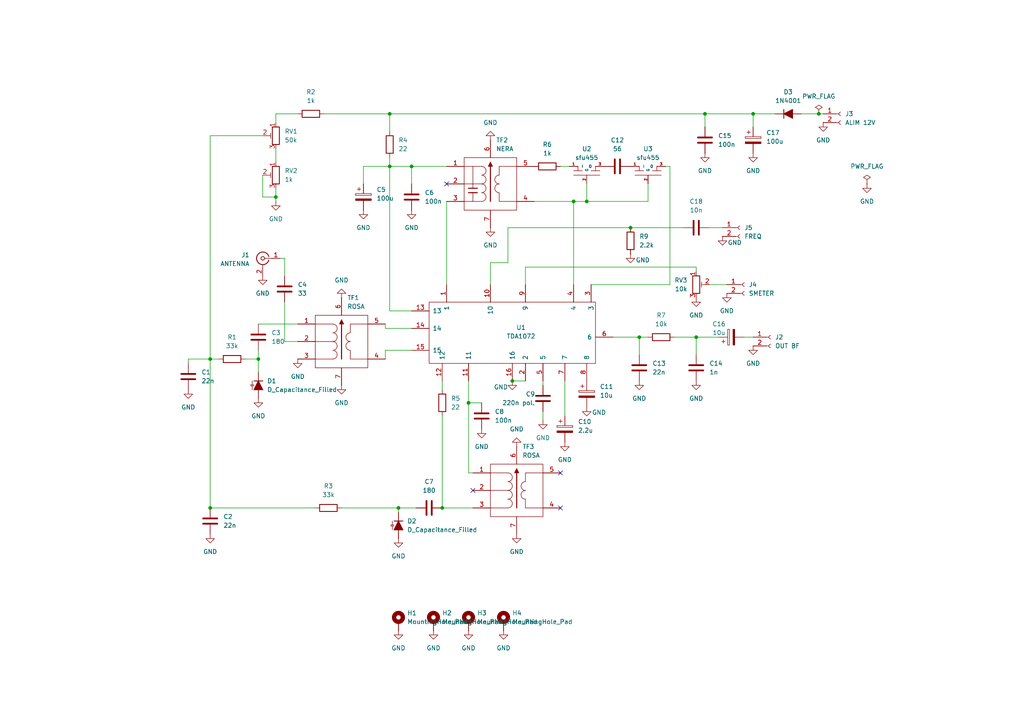
<source format=kicad_sch>
(kicad_sch (version 20250114) (generator "eeschema") (generator_version "9.0")
  (paper "A4")
  (lib_symbols
    (symbol "Connector:Conn_01x02_Socket" (pin_names (offset 1.016) (hide yes))
      (property "Reference" "J" (at 0 2.54 0))
      (property "Value" "Conn_01x02_Socket" (at 0 -5.08 0))
      (symbol "Conn_01x02_Socket_1_1"
        (polyline (pts (xy -1.27 0) (xy -0.508 0)) (stroke (width 0.1524)))
        (polyline (pts (xy -1.27 -2.54) (xy -0.508 -2.54)) (stroke (width 0.1524)))
        (arc (start 0 -0.508) (mid -0.5058 0) (end 0 0.508) (stroke (width 0.1524)))
        (arc (start 0 -3.048) (mid -0.5058 -2.54) (end 0 -2.032) (stroke (width 0.1524)))
        (pin passive line (at -5.08 0 0) (length 3.81) (name "Pin_1") (number "1"))
        (pin passive line (at -5.08 -2.54 0) (length 3.81) (name "Pin_2") (number "2"))
      )
    )
    (symbol "Connector:Conn_Coaxial" (pin_names (offset 1.016) (hide yes))
      (property "Reference" "J" (at 0.254 3.048 0))
      (property "Value" "Conn_Coaxial" (at 2.921 0 90))
      (symbol "Conn_Coaxial_0_1"
        (polyline (pts (xy -2.54 0) (xy -0.508 0)))
        (arc (start 1.778 0) (mid 0.222 -1.8079) (end -1.778 -0.508) (stroke (width 0.254)))
        (arc (start -1.778 0.508) (mid 0.2221 1.8084) (end 1.778 0) (stroke (width 0.254)))
        (circle (center 0 0) (radius 0.508) (stroke (width 0.2032)))
        (polyline (pts (xy 0 -2.54) (xy 0 -1.778)))
      )
      (symbol "Conn_Coaxial_1_1"
        (pin passive line (at -5.08 0 0) (length 2.54) (name "In") (number "1"))
        (pin passive line (at 0 -5.08 90) (length 2.54) (name "Ext") (number "2"))
      )
    )
    (symbol "Device:C" (pin_numbers (hide yes)) (pin_names (offset 0.254))
      (property "Reference" "C" (at 0.635 2.54 0))
      (property "Value" "C" (at 0.635 -2.54 0))
      (symbol "C_0_1"
        (polyline (pts (xy -2.032 0.762) (xy 2.032 0.762)) (stroke (width 0.508)))
        (polyline (pts (xy -2.032 -0.762) (xy 2.032 -0.762)) (stroke (width 0.508)))
      )
      (symbol "C_1_1"
        (pin passive line (at 0 3.81 270) (length 2.794) (name "~") (number "1"))
        (pin passive line (at 0 -3.81 90) (length 2.794) (name "~") (number "2"))
      )
    )
    (symbol "Device:C_Polarized" (pin_numbers (hide yes)) (pin_names (offset 0.254))
      (property "Reference" "C" (at 0.635 2.54 0))
      (property "Value" "C_Polarized" (at 0.635 -2.54 0))
      (symbol "C_Polarized_0_1"
        (rectangle (start -2.286 0.508) (end 2.286 1.016))
        (polyline (pts (xy -1.778 2.286) (xy -0.762 2.286)))
        (polyline (pts (xy -1.27 2.794) (xy -1.27 1.778)))
        (rectangle (start 2.286 -0.508) (end -2.286 -1.016) (fill (type outline)))
      )
      (symbol "C_Polarized_1_1"
        (pin passive line (at 0 3.81 270) (length 2.794) (name "~") (number "1"))
        (pin passive line (at 0 -3.81 90) (length 2.794) (name "~") (number "2"))
      )
    )
    (symbol "Device:D_Capacitance_Filled" (pin_numbers (hide yes)) (pin_names (offset 1.016) (hide yes))
      (property "Reference" "D" (at 0 2.54 0))
      (property "Value" "D_Capacitance_Filled" (at 0 -3.302 0))
      (symbol "D_Capacitance_Filled_0_1"
        (polyline (pts (xy -1.27 1.27) (xy -1.27 -1.27)) (stroke (width 0.254)))
        (polyline (pts (xy -1.27 0) (xy 1.27 0)))
        (polyline (pts (xy -1.27 -1.778) (xy -0.1524 -1.778)))
        (polyline (pts (xy -0.1524 -1.27) (xy -0.1524 -2.286)))
        (polyline (pts (xy 0.1524 -1.27) (xy 0.1524 -2.286)))
        (polyline (pts (xy 0.1524 -1.778) (xy 1.27 -1.778)))
        (polyline (pts (xy 1.27 1.27) (xy 1.27 -1.27) (xy -1.27 0) (xy 1.27 1.27)) (stroke (width 0.254)) (fill (type outline)))
      )
      (symbol "D_Capacitance_Filled_1_1"
        (pin passive line (at -3.81 0 0) (length 2.54) (name "K") (number "1"))
        (pin passive line (at 3.81 0 180) (length 2.54) (name "A") (number "2"))
      )
    )
    (symbol "Device:R" (pin_numbers (hide yes)) (pin_names (offset 0))
      (property "Reference" "R" (at 2.032 0 90))
      (property "Value" "R" (at 0 0 90))
      (symbol "R_0_1"
        (rectangle (start -1.016 -2.54) (end 1.016 2.54) (stroke (width 0.254)))
      )
      (symbol "R_1_1"
        (pin passive line (at 0 3.81 270) (length 1.27) (name "~") (number "1"))
        (pin passive line (at 0 -3.81 90) (length 1.27) (name "~") (number "2"))
      )
    )
    (symbol "Device:R_Potentiometer_Trim" (pin_names (offset 1.016) (hide yes))
      (property "Reference" "RV" (at -4.445 0 90))
      (property "Value" "R_Potentiometer_Trim" (at -2.54 0 90))
      (symbol "R_Potentiometer_Trim_0_1"
        (rectangle (start 1.016 2.54) (end -1.016 -2.54) (stroke (width 0.254)))
        (polyline (pts (xy 1.524 0.762) (xy 1.524 -0.762)))
        (polyline (pts (xy 2.54 0) (xy 1.524 0)))
      )
      (symbol "R_Potentiometer_Trim_1_1"
        (pin passive line (at 0 3.81 270) (length 1.27) (name "1") (number "1"))
        (pin passive line (at 0 -3.81 90) (length 1.27) (name "3") (number "3"))
        (pin passive line (at 3.81 0 180) (length 1.27) (name "2") (number "2"))
      )
    )
    (symbol "FILTER_IF:sfu455" (pin_names (offset 1.016))
      (property "Reference" "U" (at 0 4.064 0))
      (property "Value" "sfu455" (at 0 9.144 0))
      (symbol "sfu455_1_1"
        (polyline (pts (xy -2.54 -1.27) (xy -2.54 0)) (stroke (width 0.1524)))
        (polyline (pts (xy -1.27 -1.27) (xy -3.81 -1.27)) (stroke (width 0.1524)))
        (polyline (pts (xy 1.27 -1.27) (xy 3.81 -1.27)) (stroke (width 0.1524)))
        (polyline (pts (xy 2.54 -1.27) (xy 2.54 0)) (stroke (width 0.1524)))
        (polyline (pts (xy 3.81 -2.54) (xy -3.81 -2.54)) (stroke (width 0.1524)))
        (pin input line (at -5.08 0 0) (length 2.54) (name "I") (number "1"))
        (pin input line (at 0 -5.08 90) (length 2.54) (name "G") (number "2"))
        (pin input line (at 5.08 0 180) (length 2.54) (name "O") (number "3"))
      )
    )
    (symbol "MF_TOKO:FI_AMARILLO_10" (pin_names (offset 1.016) (hide yes))
      (property "Reference" "TF" (at 0 10.414 0))
      (property "Value" "FI_AMARILLO_10" (at 0 15.494 0))
      (symbol "FI_AMARILLO_10_1_1"
        (rectangle (start 5.08 2.54) (end 20.32 -12.7) (stroke (width 0.1524)))
        (polyline (pts (xy 6.35 -6.35) (xy 8.89 -6.35)) (stroke (width 0.3048)))
        (polyline (pts (xy 6.35 -7.62) (xy 8.89 -7.62)) (stroke (width 0.3048)))
        (polyline (pts (xy 7.62 0) (xy 7.62 -6.35)) (stroke (width 0.1524)))
        (polyline (pts (xy 7.62 -7.62) (xy 7.62 -10.16)) (stroke (width 0.1524)))
        (polyline (pts (xy 10.16 0) (xy 5.08 0)) (stroke (width 0.1524)))
        (arc (start 10.16 0) (mid 11.43 -1.27) (end 10.16 -2.54) (stroke (width 0.1524)))
        (arc (start 10.16 -2.54) (mid 11.43 -3.81) (end 10.16 -5.08) (stroke (width 0.1524)))
        (polyline (pts (xy 10.16 -5.08) (xy 5.08 -5.08)) (stroke (width 0.1524)))
        (arc (start 10.16 -5.08) (mid 11.43 -6.35) (end 10.16 -7.62) (stroke (width 0.1524)))
        (arc (start 10.16 -7.62) (mid 11.43 -8.89) (end 10.16 -10.16) (stroke (width 0.1524)))
        (polyline (pts (xy 10.16 -10.16) (xy 5.08 -10.16)) (stroke (width 0.1524)))
        (polyline (pts (xy 12.7 1.27) (xy 13.335 0) (xy 12.065 0) (xy 12.7 1.27)) (fill (type outline)))
        (polyline (pts (xy 12.7 0) (xy 12.7 -10.16)) (stroke (width 0.3048)))
        (polyline (pts (xy 15.24 -2.54) (xy 15.24 0) (xy 20.32 0)) (stroke (width 0.1524)))
        (arc (start 15.24 -5.08) (mid 13.97 -3.81) (end 15.24 -2.54) (stroke (width 0.1524)))
        (arc (start 15.24 -7.62) (mid 13.97 -6.35) (end 15.24 -5.08) (stroke (width 0.1524)))
        (polyline (pts (xy 15.24 -7.62) (xy 15.24 -10.16) (xy 20.32 -10.16)) (stroke (width 0.1524)))
        (pin input line (at 0 0 0) (length 5.08) (name "1") (number "1"))
        (pin input line (at 0 -5.08 0) (length 5.08) (name "2") (number "2"))
        (pin input line (at 0 -10.16 0) (length 5.08) (name "3") (number "3"))
        (pin input line (at 12.7 7.62 270) (length 5.08) (name "6") (number "6"))
        (pin input line (at 12.7 -17.78 90) (length 5.08) (name "7") (number "7"))
        (pin input line (at 25.4 0 180) (length 5.08) (name "5") (number "5"))
        (pin input line (at 25.4 -10.16 180) (length 5.08) (name "4") (number "4"))
      )
    )
    (symbol "MF_TOKO:FI_ROJA_10" (pin_names (offset 1.016) (hide yes))
      (property "Reference" "TF" (at 0 10.541 0))
      (property "Value" "FI_ROJA_10" (at 0 15.621 0))
      (symbol "FI_ROJA_10_1_1"
        (rectangle (start 5.08 2.54) (end 20.32 -12.7) (stroke (width 0.1524)))
        (polyline (pts (xy 10.16 0) (xy 5.08 0)) (stroke (width 0.1524)))
        (arc (start 10.16 0) (mid 11.43 -1.27) (end 10.16 -2.54) (stroke (width 0.1524)))
        (arc (start 10.16 -2.54) (mid 11.43 -3.81) (end 10.16 -5.08) (stroke (width 0.1524)))
        (polyline (pts (xy 10.16 -5.08) (xy 5.08 -5.08)) (stroke (width 0.1524)))
        (arc (start 10.16 -5.08) (mid 11.43 -6.35) (end 10.16 -7.62) (stroke (width 0.1524)))
        (arc (start 10.16 -7.62) (mid 11.43 -8.89) (end 10.16 -10.16) (stroke (width 0.1524)))
        (polyline (pts (xy 10.16 -10.16) (xy 5.08 -10.16)) (stroke (width 0.1524)))
        (polyline (pts (xy 12.7 1.27) (xy 13.335 0) (xy 12.065 0) (xy 12.7 1.27)) (fill (type outline)))
        (polyline (pts (xy 12.7 0) (xy 12.7 -10.16)) (stroke (width 0.3048)))
        (polyline (pts (xy 15.24 -2.54) (xy 15.24 0) (xy 20.32 0)) (stroke (width 0.1524)))
        (arc (start 15.24 -5.08) (mid 13.97 -3.81) (end 15.24 -2.54) (stroke (width 0.1524)))
        (arc (start 15.24 -7.62) (mid 13.97 -6.35) (end 15.24 -5.08) (stroke (width 0.1524)))
        (polyline (pts (xy 15.24 -7.62) (xy 15.24 -10.16) (xy 20.32 -10.16)) (stroke (width 0.1524)))
        (pin input line (at 0 0 0) (length 5.08) (name "1") (number "1"))
        (pin input line (at 0 -5.08 0) (length 5.08) (name "2") (number "2"))
        (pin input line (at 0 -10.16 0) (length 5.08) (name "3") (number "3"))
        (pin input line (at 12.7 7.62 270) (length 5.08) (name "6") (number "6"))
        (pin input line (at 12.7 -17.78 90) (length 5.08) (name "7") (number "7"))
        (pin input line (at 25.4 0 180) (length 5.08) (name "5") (number "5"))
        (pin input line (at 25.4 -10.16 180) (length 5.08) (name "4") (number "4"))
      )
    )
    (symbol "Mechanical:MountingHole_Pad" (pin_numbers (hide yes)) (pin_names (offset 1.016) (hide yes)) (in_bom no)
      (property "Reference" "H" (at 0 6.35 0))
      (property "Value" "MountingHole_Pad" (at 0 4.445 0))
      (symbol "MountingHole_Pad_0_1"
        (circle (center 0 1.27) (radius 1.27) (stroke (width 1.27)))
      )
      (symbol "MountingHole_Pad_1_1"
        (pin input line (at 0 -2.54 90) (length 2.54) (name "1") (number "1"))
      )
    )
    (symbol "PCM_Diode_AKL:1N4001" (pin_numbers (hide yes)) (pin_names (offset 1.016) (hide yes))
      (property "Reference" "D" (at 0 5.08 0))
      (property "Value" "1N4001" (at 0 2.54 0))
      (symbol "1N4001_0_1"
        (polyline (pts (xy -1.27 1.27) (xy -1.27 -1.27) (xy 1.27 0) (xy -1.27 1.27)) (stroke (width 0.254)) (fill (type outline)))
        (polyline (pts (xy -1.27 0) (xy 1.27 0)))
        (polyline (pts (xy 1.27 1.27) (xy 1.27 -1.27)) (stroke (width 0.254)))
      )
      (symbol "1N4001_0_2"
        (polyline (pts (xy -2.54 -2.54) (xy 2.54 2.54)))
        (polyline (pts (xy -0.889 -0.889) (xy -1.778 0) (xy 0.889 0.889) (xy 0 -1.778) (xy -0.889 -0.889)) (stroke (width 0.254)) (fill (type outline)))
        (polyline (pts (xy 0 1.778) (xy 1.778 0)) (stroke (width 0.254)))
      )
      (symbol "1N4001_1_1"
        (pin passive line (at -3.81 0 0) (length 2.54) (name "A") (number "2"))
        (pin passive line (at 3.81 0 180) (length 2.54) (name "K") (number "1"))
      )
      (symbol "1N4001_1_2"
        (pin passive line (at -2.54 -2.54 0) (length 0) (name "A") (number "2"))
        (pin passive line (at 2.54 2.54 180) (length 0) (name "K") (number "1"))
      )
    )
    (symbol "kicad_TDA1572:TDA1072" (pin_names (offset 1.016))
      (property "Reference" "U1" (at 35.56 11.5002 0))
      (property "Value" "TDA1072" (at 35.56 8.9602 0))
      (symbol "TDA1072_1_1"
        (rectangle (start -17.78 2.54) (end 30.48 -15.24) (stroke (width 0.1524)))
        (pin input line (at -22.86 0 0) (length 5.08) (name "13") (number "13"))
        (pin input line (at -22.86 -5.08 0) (length 5.08) (name "14") (number "14"))
        (pin input line (at -22.86 -11.43 0) (length 5.08) (name "15") (number "15"))
        (pin input line (at -13.97 -20.32 90) (length 5.08) (name "12") (number "12"))
        (pin input line (at -12.7 7.62 270) (length 5.08) (name "1") (number "1"))
        (pin input line (at -6.35 -20.32 90) (length 5.08) (name "11") (number "11"))
        (pin input line (at 0 7.62 270) (length 5.08) (name "10") (number "10"))
        (pin input line (at 6.35 -20.32 90) (length 5.08) (name "16") (number "16"))
        (pin input line (at 10.16 7.62 270) (length 5.08) (name "9") (number "9"))
        (pin input line (at 10.16 -20.32 90) (length 5.08) (name "2") (number "2"))
        (pin input line (at 15.24 -20.32 90) (length 5.08) (name "5") (number "5"))
        (pin input line (at 21.59 -20.32 90) (length 5.08) (name "7") (number "7"))
        (pin input line (at 24.13 7.62 270) (length 5.08) (name "4") (number "4"))
        (pin input line (at 27.94 -20.32 90) (length 5.08) (name "8") (number "8"))
        (pin input line (at 29.21 7.62 270) (length 5.08) (name "3") (number "3"))
        (pin input line (at 35.56 -7.62 180) (length 5.08) (name "6") (number "6"))
      )
    )
    (symbol "power:GND" (power) (pin_numbers (hide yes)) (pin_names (offset 0) (hide yes))
      (property "Value" "GND" (at 0 -3.81 0))
      (symbol "GND_0_1"
        (polyline (pts (xy 0 0) (xy 0 -1.27) (xy 1.27 -1.27) (xy 0 -2.54) (xy -1.27 -1.27) (xy 0 -1.27)))
      )
      (symbol "GND_1_1"
        (pin power_in line (at 0 0 270) (length 0) (name "~") (number "1"))
      )
    )
    (symbol "power:PWR_FLAG" (power) (pin_numbers (hide yes)) (pin_names (offset 0) (hide yes))
      (property "Value" "PWR_FLAG" (at 0 3.81 0))
      (symbol "PWR_FLAG_0_0"
        (pin power_out line (at 0 0 90) (length 0) (name "~") (number "1"))
      )
      (symbol "PWR_FLAG_0_1"
        (polyline (pts (xy 0 0) (xy 0 1.27) (xy -1.016 1.905) (xy 0 2.54) (xy 1.016 1.905) (xy 0 1.27)))
      )
    )
  )
  (junction (at 128.27 147.32))
  (junction (at 148.59 110.49))
  (junction (at 115.57 147.32))
  (junction (at 113.03 33.02))
  (junction (at 80.01 57.15))
  (junction (at 182.88 66.04))
  (junction (at 60.96 147.32))
  (junction (at 60.96 104.14))
  (junction (at 170.18 58.42))
  (junction (at 204.47 33.02))
  (junction (at 119.38 48.26))
  (junction (at 74.93 104.14))
  (junction (at 201.93 97.79))
  (junction (at 237.49 33.02))
  (junction (at 218.44 33.02))
  (junction (at 166.37 58.42))
  (junction (at 135.89 116.84))
  (junction (at 113.03 48.26))
  (junction (at 185.42 97.79))
  (no_connect (at 162.56 137.16))
  (no_connect (at 137.16 142.24))
  (no_connect (at 129.54 53.34))
  (no_connect (at 162.56 147.32))
  (wire (pts (xy 74.93 93.98) (xy 86.36 93.98)))
  (wire (pts (xy 147.32 76.2) (xy 147.32 66.04)))
  (wire (pts (xy 204.47 36.83) (xy 204.47 33.02)))
  (wire (pts (xy 113.03 45.72) (xy 113.03 48.26)))
  (wire (pts (xy 60.96 39.37) (xy 60.96 104.14)))
  (wire (pts (xy 210.82 82.55) (xy 205.74 82.55)))
  (wire (pts (xy 157.48 111.76) (xy 157.48 110.49)))
  (wire (pts (xy 162.56 48.26) (xy 165.1 48.26)))
  (wire (pts (xy 129.54 48.26) (xy 119.38 48.26)))
  (wire (pts (xy 54.61 105.41) (xy 54.61 104.14)))
  (wire (pts (xy 163.83 110.49) (xy 163.83 120.65)))
  (wire (pts (xy 60.96 147.32) (xy 60.96 104.14)))
  (wire (pts (xy 113.03 33.02) (xy 204.47 33.02)))
  (wire (pts (xy 82.55 87.63) (xy 82.55 99.06)))
  (wire (pts (xy 119.38 90.17) (xy 113.03 90.17)))
  (wire (pts (xy 154.94 58.42) (xy 166.37 58.42)))
  (wire (pts (xy 113.03 33.02) (xy 113.03 38.1)))
  (wire (pts (xy 76.2 57.15) (xy 80.01 57.15)))
  (wire (pts (xy 82.55 99.06) (xy 86.36 99.06)))
  (wire (pts (xy 137.16 137.16) (xy 135.89 137.16)))
  (wire (pts (xy 166.37 58.42) (xy 170.18 58.42)))
  (wire (pts (xy 142.24 76.2) (xy 142.24 82.55)))
  (wire (pts (xy 115.57 147.32) (xy 120.65 147.32)))
  (wire (pts (xy 135.89 137.16) (xy 135.89 116.84)))
  (wire (pts (xy 194.31 48.26) (xy 193.04 48.26)))
  (wire (pts (xy 60.96 104.14) (xy 63.5 104.14)))
  (wire (pts (xy 177.8 97.79) (xy 185.42 97.79)))
  (wire (pts (xy 157.48 119.38) (xy 157.48 121.92)))
  (wire (pts (xy 81.28 74.93) (xy 82.55 74.93)))
  (wire (pts (xy 105.41 48.26) (xy 113.03 48.26)))
  (wire (pts (xy 128.27 110.49) (xy 128.27 113.03)))
  (wire (pts (xy 232.41 33.02) (xy 237.49 33.02)))
  (wire (pts (xy 201.93 102.87) (xy 201.93 97.79)))
  (wire (pts (xy 218.44 33.02) (xy 204.47 33.02)))
  (wire (pts (xy 82.55 74.93) (xy 82.55 80.01)))
  (wire (pts (xy 135.89 110.49) (xy 135.89 116.84)))
  (wire (pts (xy 128.27 120.65) (xy 128.27 147.32)))
  (wire (pts (xy 80.01 57.15) (xy 80.01 58.42)))
  (wire (pts (xy 74.93 101.6) (xy 74.93 104.14)))
  (wire (pts (xy 194.31 82.55) (xy 171.45 82.55)))
  (wire (pts (xy 166.37 58.42) (xy 166.37 82.55)))
  (wire (pts (xy 201.93 77.47) (xy 201.93 78.74)))
  (wire (pts (xy 111.76 101.6) (xy 119.38 101.6)))
  (wire (pts (xy 99.06 147.32) (xy 115.57 147.32)))
  (wire (pts (xy 74.93 104.14) (xy 74.93 107.95)))
  (wire (pts (xy 152.4 82.55) (xy 152.4 77.47)))
  (wire (pts (xy 185.42 97.79) (xy 185.42 102.87)))
  (wire (pts (xy 115.57 148.59) (xy 115.57 147.32)))
  (wire (pts (xy 111.76 93.98) (xy 111.76 95.25)))
  (wire (pts (xy 194.31 48.26) (xy 194.31 82.55)))
  (wire (pts (xy 129.54 58.42) (xy 129.54 82.55)))
  (wire (pts (xy 111.76 95.25) (xy 119.38 95.25)))
  (wire (pts (xy 187.96 53.34) (xy 187.96 58.42)))
  (wire (pts (xy 215.9 97.79) (xy 218.44 97.79)))
  (wire (pts (xy 80.01 35.56) (xy 80.01 33.02)))
  (wire (pts (xy 111.76 104.14) (xy 111.76 101.6)))
  (wire (pts (xy 147.32 76.2) (xy 142.24 76.2)))
  (wire (pts (xy 170.18 58.42) (xy 187.96 58.42)))
  (wire (pts (xy 91.44 147.32) (xy 60.96 147.32)))
  (wire (pts (xy 218.44 33.02) (xy 224.79 33.02)))
  (wire (pts (xy 93.98 33.02) (xy 113.03 33.02)))
  (wire (pts (xy 60.96 39.37) (xy 76.2 39.37)))
  (wire (pts (xy 71.12 104.14) (xy 74.93 104.14)))
  (wire (pts (xy 152.4 77.47) (xy 201.93 77.47)))
  (wire (pts (xy 170.18 53.34) (xy 170.18 58.42)))
  (wire (pts (xy 182.88 66.04) (xy 198.12 66.04)))
  (wire (pts (xy 119.38 48.26) (xy 119.38 53.34)))
  (wire (pts (xy 80.01 54.61) (xy 80.01 57.15)))
  (wire (pts (xy 113.03 90.17) (xy 113.03 48.26)))
  (wire (pts (xy 113.03 48.26) (xy 119.38 48.26)))
  (wire (pts (xy 105.41 53.34) (xy 105.41 48.26)))
  (wire (pts (xy 201.93 97.79) (xy 195.58 97.79)))
  (wire (pts (xy 54.61 104.14) (xy 60.96 104.14)))
  (wire (pts (xy 218.44 36.83) (xy 218.44 33.02)))
  (wire (pts (xy 148.59 110.49) (xy 152.4 110.49)))
  (wire (pts (xy 209.55 66.04) (xy 205.74 66.04)))
  (wire (pts (xy 76.2 50.8) (xy 76.2 57.15)))
  (wire (pts (xy 135.89 116.84) (xy 139.7 116.84)))
  (wire (pts (xy 147.32 66.04) (xy 182.88 66.04)))
  (wire (pts (xy 80.01 43.18) (xy 80.01 46.99)))
  (wire (pts (xy 185.42 97.79) (xy 187.96 97.79)))
  (wire (pts (xy 201.93 97.79) (xy 208.28 97.79)))
  (wire (pts (xy 128.27 147.32) (xy 137.16 147.32)))
  (wire (pts (xy 80.01 33.02) (xy 86.36 33.02)))
  (wire (pts (xy 237.49 33.02) (xy 238.76 33.02)))
  (symbol (lib_id "Device:R") (at 90.17 33.02 90) (unit 1)
    (property "Reference" "R2" (at 90.17 26.67 90))
    (property "Value" "1k" (at 90.17 29.21 90))
    (property "Footprint" "PCM_Resistor_THT_AKL:R_Axial_DIN0207_L6.3mm_D2.5mm_P10.16mm_Horizontal" (effects (hide yes)))
    (property "Description" "Resistor" (effects (hide yes)))
  )
  (symbol (lib_id "power:PWR_FLAG") (at 251.46 53.34 0) (unit 1)
    (property "Reference" "#FLG02" (effects (hide yes)))
    (property "Value" "PWR_FLAG" (at 251.46 48.26 0))
    (property "Description" "Special symbol for telling ERC where power comes from" (effects (hide yes)))
  )
  (symbol (lib_id "Device:C") (at 54.61 109.22 0) (unit 1)
    (property "Reference" "C1" (at 58.42 107.9499 0) (effects (justify left)))
    (property "Value" "22n" (at 58.42 110.4899 0) (effects (justify left)))
    (property "Footprint" "Capacitor_THT:C_Disc_D4.3mm_W1.9mm_P5.00mm" (effects (hide yes)))
    (property "Description" "Unpolarized capacitor" (effects (hide yes)))
  )
  (symbol (lib_id "power:GND") (at 80.01 58.42 0) (unit 1)
    (property "Reference" "#PWR05" (effects (hide yes)))
    (property "Value" "GND" (at 80.01 63.5 0))
    (property "Description" "Power symbol creates a global label with name \"GND\" , ground" (effects (hide yes)))
  )
  (symbol (lib_id "Device:C") (at 119.38 57.15 0) (unit 1)
    (property "Reference" "C6" (at 123.19 55.8799 0) (effects (justify left)))
    (property "Value" "100n" (at 123.19 58.4199 0) (effects (justify left)))
    (property "Footprint" "Capacitor_THT:C_Disc_D4.3mm_W1.9mm_P5.00mm" (effects (hide yes)))
    (property "Description" "Unpolarized capacitor" (effects (hide yes)))
  )
  (symbol (lib_id "Device:C") (at 124.46 147.32 90) (unit 1)
    (property "Reference" "C7" (at 124.46 139.7 90))
    (property "Value" "180" (at 124.46 142.24 90))
    (property "Footprint" "Capacitor_THT:C_Disc_D4.3mm_W1.9mm_P5.00mm" (effects (hide yes)))
    (property "Description" "Unpolarized capacitor" (effects (hide yes)))
  )
  (symbol (lib_id "Mechanical:MountingHole_Pad") (at 135.89 180.34 0) (unit 1) (in_bom no)
    (property "Reference" "H3" (at 138.43 177.7999 0) (effects (justify left)))
    (property "Value" "MountingHole_Pad" (at 138.43 180.3399 0) (effects (justify left)))
    (property "Footprint" "MountingHole:MountingHole_2.2mm_M2_Pad" (effects (hide yes)))
    (property "Description" "Mounting Hole with connection" (effects (hide yes)))
  )
  (symbol (lib_id "power:GND") (at 60.96 154.94 0) (unit 1)
    (property "Reference" "#PWR02" (effects (hide yes)))
    (property "Value" "GND" (at 60.96 160.02 0))
    (property "Description" "Power symbol creates a global label with name \"GND\" , ground" (effects (hide yes)))
  )
  (symbol (lib_id "Connector:Conn_01x02_Socket") (at 243.84 33.02 0) (unit 1)
    (property "Reference" "J3" (at 245.11 33.0199 0) (effects (justify left)))
    (property "Value" "ALIM 12V" (at 245.11 35.5599 0) (effects (justify left)))
    (property "Footprint" "Connector_PinHeader_2.54mm:PinHeader_1x02_P2.54mm_Vertical" (effects (hide yes)))
    (property "Description" "Generic connector, single row, 01x02, script generated" (effects (hide yes)))
  )
  (symbol (lib_id "power:GND") (at 76.2 80.01 0) (unit 1)
    (property "Reference" "#PWR04" (effects (hide yes)))
    (property "Value" "GND" (at 76.2 85.09 0))
    (property "Description" "Power symbol creates a global label with name \"GND\" , ground" (effects (hide yes)))
  )
  (symbol (lib_id "Device:C_Polarized") (at 170.18 114.3 0) (unit 1)
    (property "Reference" "C11" (at 173.99 112.1409 0) (effects (justify left)))
    (property "Value" "10u" (at 173.99 114.6809 0) (effects (justify left)))
    (property "Footprint" "Capacitor_THT:CP_Radial_D8.0mm_P3.80mm" (effects (hide yes)))
    (property "Description" "Polarized capacitor" (effects (hide yes)))
  )
  (symbol (lib_id "power:GND") (at 209.55 68.58 0) (unit 1)
    (property "Reference" "#PWR030" (effects (hide yes)))
    (property "Value" "GND" (at 213.106 70.358 0))
    (property "Description" "Power symbol creates a global label with name \"GND\" , ground" (effects (hide yes)))
  )
  (symbol (lib_id "Device:C") (at 60.96 151.13 0) (unit 1)
    (property "Reference" "C2" (at 64.77 149.8599 0) (effects (justify left)))
    (property "Value" "22n" (at 64.77 152.3999 0) (effects (justify left)))
    (property "Footprint" "Capacitor_THT:C_Disc_D4.3mm_W1.9mm_P5.00mm" (effects (hide yes)))
    (property "Description" "Unpolarized capacitor" (effects (hide yes)))
  )
  (symbol (lib_id "power:GND") (at 210.82 85.09 0) (unit 1)
    (property "Reference" "#PWR027" (effects (hide yes)))
    (property "Value" "GND" (at 210.82 90.17 0))
    (property "Description" "Power symbol creates a global label with name \"GND\" , ground" (effects (hide yes)))
  )
  (symbol (lib_id "Mechanical:MountingHole_Pad") (at 146.05 180.34 0) (unit 1) (in_bom no)
    (property "Reference" "H4" (at 148.59 177.7999 0) (effects (justify left)))
    (property "Value" "MountingHole_Pad" (at 148.59 180.3399 0) (effects (justify left)))
    (property "Footprint" "MountingHole:MountingHole_2.2mm_M2_Pad" (effects (hide yes)))
    (property "Description" "Mounting Hole with connection" (effects (hide yes)))
  )
  (symbol (lib_id "Device:C") (at 185.42 106.68 0) (unit 1)
    (property "Reference" "C13" (at 189.23 105.4099 0) (effects (justify left)))
    (property "Value" "22n" (at 189.23 107.9499 0) (effects (justify left)))
    (property "Footprint" "Capacitor_THT:C_Disc_D4.3mm_W1.9mm_P5.00mm" (effects (hide yes)))
    (property "Description" "Unpolarized capacitor" (effects (hide yes)))
  )
  (symbol (lib_id "Device:C_Polarized") (at 105.41 57.15 0) (unit 1)
    (property "Reference" "C5" (at 109.22 54.9909 0) (effects (justify left)))
    (property "Value" "100u" (at 109.22 57.5309 0) (effects (justify left)))
    (property "Footprint" "Capacitor_THT:CP_Radial_D8.0mm_P3.80mm" (effects (hide yes)))
    (property "Description" "Polarized capacitor" (effects (hide yes)))
  )
  (symbol (lib_id "power:GND") (at 170.18 118.11 0) (unit 1)
    (property "Reference" "#PWR020" (effects (hide yes)))
    (property "Value" "GND" (at 173.736 119.634 0))
    (property "Description" "Power symbol creates a global label with name \"GND\" , ground" (effects (hide yes)))
  )
  (symbol (lib_id "Device:C") (at 139.7 120.65 0) (unit 1)
    (property "Reference" "C8" (at 143.51 119.3799 0) (effects (justify left)))
    (property "Value" "100n" (at 143.51 121.9199 0) (effects (justify left)))
    (property "Footprint" "Capacitor_THT:C_Disc_D4.3mm_W1.9mm_P5.00mm" (effects (hide yes)))
    (property "Description" "Unpolarized capacitor" (effects (hide yes)))
  )
  (symbol (lib_id "power:GND") (at 218.44 44.45 0) (unit 1)
    (property "Reference" "#PWR024" (effects (hide yes)))
    (property "Value" "GND" (at 218.44 49.53 0))
    (property "Description" "Power symbol creates a global label with name \"GND\" , ground" (effects (hide yes)))
  )
  (symbol (lib_id "power:GND") (at 99.06 111.76 0) (unit 1)
    (property "Reference" "#PWR08" (effects (hide yes)))
    (property "Value" "GND" (at 99.06 116.84 0))
    (property "Description" "Power symbol creates a global label with name \"GND\" , ground" (effects (hide yes)))
  )
  (symbol (lib_id "power:GND") (at 135.89 182.88 0) (unit 1)
    (property "Reference" "#PWR034" (effects (hide yes)))
    (property "Value" "GND" (at 135.89 187.96 0))
    (property "Description" "Power symbol creates a global label with name \"GND\" , ground" (effects (hide yes)))
  )
  (symbol (lib_id "Device:R") (at 191.77 97.79 90) (unit 1)
    (property "Reference" "R7" (at 191.77 91.44 90))
    (property "Value" "10k" (at 191.77 93.98 90))
    (property "Footprint" "PCM_Resistor_THT_AKL:R_Axial_DIN0207_L6.3mm_D2.5mm_P10.16mm_Horizontal" (effects (hide yes)))
    (property "Description" "Resistor" (effects (hide yes)))
  )
  (symbol (lib_id "power:GND") (at 201.93 86.36 0) (unit 1)
    (property "Reference" "#PWR028" (effects (hide yes)))
    (property "Value" "GND" (at 201.93 91.44 0))
    (property "Description" "Power symbol creates a global label with name \"GND\" , ground" (effects (hide yes)))
  )
  (symbol (lib_id "Device:C") (at 157.48 115.57 0) (mirror y) (unit 1)
    (property "Reference" "C9" (at 155.194 114.3 0) (effects (justify left)))
    (property "Value" "220n pol." (at 155.194 116.84 0) (effects (justify left)))
    (property "Footprint" "Capacitor_THT:C_Disc_D4.3mm_W1.9mm_P5.00mm" (effects (hide yes)))
    (property "Description" "Unpolarized capacitor" (effects (hide yes)))
  )
  (symbol (lib_id "power:GND") (at 251.46 53.34 0) (unit 1)
    (property "Reference" "#PWR031" (effects (hide yes)))
    (property "Value" "GND" (at 251.46 58.42 0))
    (property "Description" "Power symbol creates a global label with name \"GND\" , ground" (effects (hide yes)))
  )
  (symbol (lib_id "power:GND") (at 163.83 128.27 0) (unit 1)
    (property "Reference" "#PWR019" (effects (hide yes)))
    (property "Value" "GND" (at 163.83 133.35 0))
    (property "Description" "Power symbol creates a global label with name \"GND\" , ground" (effects (hide yes)))
  )
  (symbol (lib_id "Device:R") (at 128.27 116.84 180) (unit 1)
    (property "Reference" "R5" (at 130.81 115.5699 0) (effects (justify right)))
    (property "Value" "22" (at 130.81 118.1099 0) (effects (justify right)))
    (property "Footprint" "PCM_Resistor_THT_AKL:R_Axial_DIN0207_L6.3mm_D2.5mm_P10.16mm_Horizontal" (effects (hide yes)))
    (property "Description" "Resistor" (effects (hide yes)))
  )
  (symbol (lib_id "power:GND") (at 157.48 121.92 0) (unit 1)
    (property "Reference" "#PWR018" (effects (hide yes)))
    (property "Value" "GND" (at 157.48 127 0))
    (property "Description" "Power symbol creates a global label with name \"GND\" , ground" (effects (hide yes)))
  )
  (symbol (lib_id "power:GND") (at 142.24 40.64 180) (unit 1)
    (property "Reference" "#PWR013" (effects (hide yes)))
    (property "Value" "GND" (at 142.24 35.56 0))
    (property "Description" "Power symbol creates a global label with name \"GND\" , ground" (effects (hide yes)))
  )
  (symbol (lib_id "Connector:Conn_Coaxial") (at 76.2 74.93 0) (mirror y) (unit 1)
    (property "Reference" "J1" (at 72.39 73.9531 0) (effects (justify left)))
    (property "Value" "ANTENNA" (at 72.39 76.4931 0) (effects (justify left)))
    (property "Footprint" "Connector_Coaxial:SMA_Amphenol_901-144_Vertical" (effects (hide yes)))
    (property "Description" "coaxial connector (BNC, SMA, SMB, SMC, Cinch/RCA, LEMO, ...)" (effects (hide yes)))
  )
  (symbol (lib_id "Mechanical:MountingHole_Pad") (at 125.73 180.34 0) (unit 1) (in_bom no)
    (property "Reference" "H2" (at 128.27 177.7999 0) (effects (justify left)))
    (property "Value" "MountingHole_Pad" (at 128.27 180.3399 0) (effects (justify left)))
    (property "Footprint" "MountingHole:MountingHole_2.2mm_M2_Pad" (effects (hide yes)))
    (property "Description" "Mounting Hole with connection" (effects (hide yes)))
  )
  (symbol (lib_id "Device:C") (at 74.93 97.79 0) (unit 1)
    (property "Reference" "C3" (at 78.74 96.5199 0) (effects (justify left)))
    (property "Value" "180" (at 78.74 99.0599 0) (effects (justify left)))
    (property "Footprint" "Capacitor_THT:C_Disc_D4.3mm_W1.9mm_P5.00mm" (effects (hide yes)))
    (property "Description" "Unpolarized capacitor" (effects (hide yes)))
  )
  (symbol (lib_id "power:GND") (at 218.44 100.33 0) (unit 1)
    (property "Reference" "#PWR025" (effects (hide yes)))
    (property "Value" "GND" (at 218.44 105.41 0))
    (property "Description" "Power symbol creates a global label with name \"GND\" , ground" (effects (hide yes)))
  )
  (symbol (lib_id "power:GND") (at 148.59 110.49 0) (unit 1)
    (property "Reference" "#PWR015" (effects (hide yes)))
    (property "Value" "GND" (at 145.288 112.268 0))
    (property "Description" "Power symbol creates a global label with name \"GND\" , ground" (effects (hide yes)))
  )
  (symbol (lib_id "power:GND") (at 185.42 110.49 0) (unit 1)
    (property "Reference" "#PWR021" (effects (hide yes)))
    (property "Value" "GND" (at 185.42 115.57 0))
    (property "Description" "Power symbol creates a global label with name \"GND\" , ground" (effects (hide yes)))
  )
  (symbol (lib_id "Device:D_Capacitance_Filled") (at 74.93 111.76 270) (unit 1)
    (property "Reference" "D1" (at 77.47 110.4899 90) (effects (justify left)))
    (property "Value" "D_Capacitance_Filled" (at 77.47 113.0299 90) (effects (justify left)))
    (property "Footprint" "PCM_Package_TO_SOT_THT_AKL:TO-92-2_Wide_KA" (effects (hide yes)))
    (property "Description" "Variable capacitance diode, filled shape" (effects (hide yes)))
  )
  (symbol (lib_id "MF_TOKO:FI_ROJA_10") (at 86.36 93.98 0) (unit 1)
    (property "Reference" "TF1" (at 100.7111 86.36 0) (effects (justify left)))
    (property "Value" "ROSA" (at 100.7111 88.9 0) (effects (justify left)))
    (property "Footprint" "MF_TOKO:TOKO_10K" (effects (hide yes)))
    (property "uuid" "std:89361348d1514bc694cd194863250540" (effects (hide yes)))
  )
  (symbol (lib_id "Device:C_Polarized") (at 218.44 40.64 0) (unit 1)
    (property "Reference" "C17" (at 222.25 38.4809 0) (effects (justify left)))
    (property "Value" "100u" (at 222.25 41.0209 0) (effects (justify left)))
    (property "Footprint" "Capacitor_THT:CP_Radial_D8.0mm_P3.80mm" (effects (hide yes)))
    (property "Description" "Polarized capacitor" (effects (hide yes)))
  )
  (symbol (lib_id "power:GND") (at 149.86 129.54 180) (unit 1)
    (property "Reference" "#PWR016" (effects (hide yes)))
    (property "Value" "GND" (at 149.86 124.46 0))
    (property "Description" "Power symbol creates a global label with name \"GND\" , ground" (effects (hide yes)))
  )
  (symbol (lib_id "power:GND") (at 115.57 156.21 0) (unit 1)
    (property "Reference" "#PWR011" (effects (hide yes)))
    (property "Value" "GND" (at 115.57 161.29 0))
    (property "Description" "Power symbol creates a global label with name \"GND\" , ground" (effects (hide yes)))
  )
  (symbol (lib_id "power:GND") (at 204.47 44.45 0) (unit 1)
    (property "Reference" "#PWR023" (effects (hide yes)))
    (property "Value" "GND" (at 204.47 49.53 0))
    (property "Description" "Power symbol creates a global label with name \"GND\" , ground" (effects (hide yes)))
  )
  (symbol (lib_id "Device:R") (at 95.25 147.32 90) (unit 1)
    (property "Reference" "R3" (at 95.25 140.97 90))
    (property "Value" "33k" (at 95.25 143.51 90))
    (property "Footprint" "PCM_Resistor_THT_AKL:R_Axial_DIN0207_L6.3mm_D2.5mm_P10.16mm_Horizontal" (effects (hide yes)))
    (property "Description" "Resistor" (effects (hide yes)))
  )
  (symbol (lib_id "power:GND") (at 182.88 73.66 0) (unit 1)
    (property "Reference" "#PWR029" (effects (hide yes)))
    (property "Value" "GND" (at 186.436 75.438 0))
    (property "Description" "Power symbol creates a global label with name \"GND\" , ground" (effects (hide yes)))
  )
  (symbol (lib_id "FILTER_IF:sfu455") (at 187.96 48.26 0) (unit 1)
    (property "Reference" "U3" (at 187.96 43.18 0))
    (property "Value" "sfu455" (at 187.96 45.72 0))
    (property "Footprint" "FILTER_IF:SFU455" (effects (hide yes)))
    (property "uuid" "std:45a24d48789a49bd9902c315cdf4bee0" (effects (hide yes)))
  )
  (symbol (lib_id "power:GND") (at 149.86 154.94 0) (unit 1)
    (property "Reference" "#PWR017" (effects (hide yes)))
    (property "Value" "GND" (at 149.86 160.02 0))
    (property "Description" "Power symbol creates a global label with name \"GND\" , ground" (effects (hide yes)))
  )
  (symbol (lib_id "Device:C") (at 204.47 40.64 0) (unit 1)
    (property "Reference" "C15" (at 208.28 39.3699 0) (effects (justify left)))
    (property "Value" "100n" (at 208.28 41.9099 0) (effects (justify left)))
    (property "Footprint" "Capacitor_THT:C_Disc_D4.3mm_W1.9mm_P5.00mm" (effects (hide yes)))
    (property "Description" "Unpolarized capacitor" (effects (hide yes)))
  )
  (symbol (lib_id "Device:C") (at 201.93 106.68 0) (unit 1)
    (property "Reference" "C14" (at 205.74 105.4099 0) (effects (justify left)))
    (property "Value" "1n" (at 205.74 107.9499 0) (effects (justify left)))
    (property "Footprint" "Capacitor_THT:C_Disc_D4.3mm_W1.9mm_P5.00mm" (effects (hide yes)))
    (property "Description" "Unpolarized capacitor" (effects (hide yes)))
  )
  (symbol (lib_id "power:GND") (at 146.05 182.88 0) (unit 1)
    (property "Reference" "#PWR035" (effects (hide yes)))
    (property "Value" "GND" (at 146.05 187.96 0))
    (property "Description" "Power symbol creates a global label with name \"GND\" , ground" (effects (hide yes)))
  )
  (symbol (lib_id "power:GND") (at 201.93 110.49 0) (unit 1)
    (property "Reference" "#PWR022" (effects (hide yes)))
    (property "Value" "GND" (at 201.93 115.57 0))
    (property "Description" "Power symbol creates a global label with name \"GND\" , ground" (effects (hide yes)))
  )
  (symbol (lib_id "Mechanical:MountingHole_Pad") (at 115.57 180.34 0) (unit 1) (in_bom no)
    (property "Reference" "H1" (at 118.11 177.7999 0) (effects (justify left)))
    (property "Value" "MountingHole_Pad" (at 118.11 180.3399 0) (effects (justify left)))
    (property "Footprint" "MountingHole:MountingHole_2.2mm_M2_Pad" (effects (hide yes)))
    (property "Description" "Mounting Hole with connection" (effects (hide yes)))
  )
  (symbol (lib_id "Connector:Conn_01x02_Socket") (at 223.52 97.79 0) (unit 1)
    (property "Reference" "J2" (at 224.79 97.7899 0) (effects (justify left)))
    (property "Value" "OUT BF" (at 224.79 100.3299 0) (effects (justify left)))
    (property "Footprint" "Connector_PinHeader_2.54mm:PinHeader_1x02_P2.54mm_Vertical" (effects (hide yes)))
    (property "Description" "Generic connector, single row, 01x02, script generated" (effects (hide yes)))
  )
  (symbol (lib_id "power:PWR_FLAG") (at 237.49 33.02 0) (unit 1)
    (property "Reference" "#FLG01" (effects (hide yes)))
    (property "Value" "PWR_FLAG" (at 237.49 27.94 0))
    (property "Description" "Special symbol for telling ERC where power comes from" (effects (hide yes)))
  )
  (symbol (lib_id "Connector:Conn_01x02_Socket") (at 214.63 66.04 0) (unit 1)
    (property "Reference" "J5" (at 215.9 66.0399 0) (effects (justify left)))
    (property "Value" "FREQ" (at 215.9 68.5799 0) (effects (justify left)))
    (property "Footprint" "Connector_PinHeader_2.54mm:PinHeader_1x02_P2.54mm_Vertical" (effects (hide yes)))
    (property "Description" "Generic connector, single row, 01x02, script generated" (effects (hide yes)))
  )
  (symbol (lib_id "power:GND") (at 86.36 104.14 0) (unit 1)
    (property "Reference" "#PWR06" (effects (hide yes)))
    (property "Value" "GND" (at 86.36 109.22 0))
    (property "Description" "Power symbol creates a global label with name \"GND\" , ground" (effects (hide yes)))
  )
  (symbol (lib_id "Device:R") (at 182.88 69.85 0) (unit 1)
    (property "Reference" "R9" (at 185.42 68.5799 0) (effects (justify left)))
    (property "Value" "2.2k" (at 185.42 71.1199 0) (effects (justify left)))
    (property "Footprint" "PCM_Resistor_THT_AKL:R_Axial_DIN0207_L6.3mm_D2.5mm_P10.16mm_Horizontal" (effects (hide yes)))
    (property "Description" "Resistor" (effects (hide yes)))
  )
  (symbol (lib_id "Connector:Conn_01x02_Socket") (at 215.9 82.55 0) (unit 1)
    (property "Reference" "J4" (at 217.17 82.5499 0) (effects (justify left)))
    (property "Value" "SMETER" (at 217.17 85.0899 0) (effects (justify left)))
    (property "Footprint" "Connector_PinHeader_2.54mm:PinHeader_1x02_P2.54mm_Vertical" (effects (hide yes)))
    (property "Description" "Generic connector, single row, 01x02, script generated" (effects (hide yes)))
  )
  (symbol (lib_id "Device:C_Polarized") (at 163.83 124.46 0) (unit 1)
    (property "Reference" "C10" (at 167.64 122.3009 0) (effects (justify left)))
    (property "Value" "2.2u" (at 167.64 124.8409 0) (effects (justify left)))
    (property "Footprint" "Capacitor_THT:CP_Radial_D8.0mm_P3.80mm" (effects (hide yes)))
    (property "Description" "Polarized capacitor" (effects (hide yes)))
  )
  (symbol (lib_id "Device:C") (at 201.93 66.04 90) (unit 1)
    (property "Reference" "C18" (at 201.93 58.42 90))
    (property "Value" "10n" (at 201.93 60.96 90))
    (property "Footprint" "Capacitor_THT:C_Disc_D4.3mm_W1.9mm_P5.00mm" (effects (hide yes)))
    (property "Description" "Unpolarized capacitor" (effects (hide yes)))
  )
  (symbol (lib_id "power:GND") (at 105.41 60.96 0) (unit 1)
    (property "Reference" "#PWR09" (effects (hide yes)))
    (property "Value" "GND" (at 105.41 66.04 0))
    (property "Description" "Power symbol creates a global label with name \"GND\" , ground" (effects (hide yes)))
  )
  (symbol (lib_id "Device:D_Capacitance_Filled") (at 115.57 152.4 270) (unit 1)
    (property "Reference" "D2" (at 118.11 151.1299 90) (effects (justify left)))
    (property "Value" "D_Capacitance_Filled" (at 118.11 153.6699 90) (effects (justify left)))
    (property "Footprint" "PCM_Package_TO_SOT_THT_AKL:TO-92-2_Wide_KA" (effects (hide yes)))
    (property "Description" "Variable capacitance diode, filled shape" (effects (hide yes)))
  )
  (symbol (lib_id "Device:R") (at 67.31 104.14 270) (unit 1)
    (property "Reference" "R1" (at 67.31 97.79 90))
    (property "Value" "33k" (at 67.31 100.33 90))
    (property "Footprint" "PCM_Resistor_THT_AKL:R_Axial_DIN0207_L6.3mm_D2.5mm_P10.16mm_Horizontal" (effects (hide yes)))
    (property "Description" "Resistor" (effects (hide yes)))
  )
  (symbol (lib_id "Device:C") (at 179.07 48.26 90) (unit 1)
    (property "Reference" "C12" (at 179.07 40.64 90))
    (property "Value" "56" (at 179.07 43.18 90))
    (property "Footprint" "Capacitor_THT:C_Disc_D4.3mm_W1.9mm_P5.00mm" (effects (hide yes)))
    (property "Description" "Unpolarized capacitor" (effects (hide yes)))
  )
  (symbol (lib_id "power:GND") (at 74.93 115.57 0) (unit 1)
    (property "Reference" "#PWR03" (effects (hide yes)))
    (property "Value" "GND" (at 74.93 120.65 0))
    (property "Description" "Power symbol creates a global label with name \"GND\" , ground" (effects (hide yes)))
  )
  (symbol (lib_id "Device:R") (at 158.75 48.26 90) (unit 1)
    (property "Reference" "R6" (at 158.75 41.91 90))
    (property "Value" "1k" (at 158.75 44.45 90))
    (property "Footprint" "PCM_Resistor_THT_AKL:R_Axial_DIN0207_L6.3mm_D2.5mm_P10.16mm_Horizontal" (effects (hide yes)))
    (property "Description" "Resistor" (effects (hide yes)))
  )
  (symbol (lib_id "kicad_TDA1572:TDA1072") (at 142.24 90.17 0) (unit 1)
    (property "Reference" "U1" (at 151.13 94.996 0))
    (property "Value" "TDA1072" (at 151.13 97.536 0))
    (property "Footprint" "Package_DIP:CERDIP-16_W7.62mm_SideBrazed_LongPads_Socket" (effects (hide yes)))
    (property "uuid" "std:0a0480929d0442aaa5effd31cd4f0163" (effects (hide yes)))
  )
  (symbol (lib_id "PCM_Diode_AKL:1N4001") (at 228.6 33.02 180) (unit 1)
    (property "Reference" "D3" (at 228.6 26.67 0))
    (property "Value" "1N4001" (at 228.6 29.21 0))
    (property "Footprint" "PCM_Diode_THT_AKL:D_DO-41_SOD81_P10.16mm_Horizontal" (effects (hide yes)))
    (property "Datasheet" "https://www.tme.eu/Document/5f8ffc5ac30fc86bac97d66040bf5502/1n400x.pdf" (effects (hide yes)))
    (property "Description" "DO-41 Diode, Rectifier, 50V 1A, Alternate KiCad Library" (effects (hide yes)))
  )
  (symbol (lib_id "MF_TOKO:FI_ROJA_10") (at 137.16 137.16 0) (unit 1)
    (property "Reference" "TF3" (at 151.5111 129.54 0) (effects (justify left)))
    (property "Value" "ROSA" (at 151.5111 132.08 0) (effects (justify left)))
    (property "Footprint" "MF_TOKO:TOKO_10K" (effects (hide yes)))
    (property "uuid" "std:89361348d1514bc694cd194863250540" (effects (hide yes)))
  )
  (symbol (lib_id "Device:C_Polarized") (at 212.09 97.79 90) (unit 1)
    (property "Reference" "C16" (at 208.534 93.98 90))
    (property "Value" "10u" (at 208.534 96.52 90))
    (property "Footprint" "Capacitor_THT:CP_Radial_D8.0mm_P3.80mm" (effects (hide yes)))
    (property "Description" "Polarized capacitor" (effects (hide yes)))
  )
  (symbol (lib_id "Device:C") (at 82.55 83.82 0) (unit 1)
    (property "Reference" "C4" (at 86.36 82.5499 0) (effects (justify left)))
    (property "Value" "33" (at 86.36 85.0899 0) (effects (justify left)))
    (property "Footprint" "Capacitor_THT:C_Disc_D4.3mm_W1.9mm_P5.00mm" (effects (hide yes)))
    (property "Description" "Unpolarized capacitor" (effects (hide yes)))
  )
  (symbol (lib_id "power:GND") (at 99.06 86.36 180) (unit 1)
    (property "Reference" "#PWR07" (effects (hide yes)))
    (property "Value" "GND" (at 99.06 81.28 0))
    (property "Description" "Power symbol creates a global label with name \"GND\" , ground" (effects (hide yes)))
  )
  (symbol (lib_id "Device:R_Potentiometer_Trim") (at 201.93 82.55 0) (unit 1)
    (property "Reference" "RV3" (at 199.39 81.2799 0) (effects (justify right)))
    (property "Value" "10k" (at 199.39 83.8199 0) (effects (justify right)))
    (property "Footprint" "PCM_Potentiometer_THT_AKL:Potentiometer_Runtron_RM-065_Vertical" (effects (hide yes)))
    (property "Description" "Trim-potentiometer" (effects (hide yes)))
  )
  (symbol (lib_id "power:GND") (at 54.61 113.03 0) (unit 1)
    (property "Reference" "#PWR01" (effects (hide yes)))
    (property "Value" "GND" (at 54.61 118.11 0))
    (property "Description" "Power symbol creates a global label with name \"GND\" , ground" (effects (hide yes)))
  )
  (symbol (lib_id "MF_TOKO:FI_AMARILLO_10") (at 129.54 48.26 0) (unit 1)
    (property "Reference" "TF2" (at 143.8911 40.64 0) (effects (justify left)))
    (property "Value" "NERA" (at 143.8911 43.18 0) (effects (justify left)))
    (property "Footprint" "MF_TOKO:TOKO_10K" (effects (hide yes)))
    (property "uuid" "std:0e760e06cf004bebb534cba7316aa039" (effects (hide yes)))
  )
  (symbol (lib_id "Device:R") (at 113.03 41.91 180) (unit 1)
    (property "Reference" "R4" (at 115.57 40.6399 0) (effects (justify right)))
    (property "Value" "22" (at 115.57 43.1799 0) (effects (justify right)))
    (property "Footprint" "PCM_Resistor_THT_AKL:R_Axial_DIN0207_L6.3mm_D2.5mm_P10.16mm_Horizontal" (effects (hide yes)))
    (property "Description" "Resistor" (effects (hide yes)))
  )
  (symbol (lib_id "power:GND") (at 115.57 182.88 0) (unit 1)
    (property "Reference" "#PWR032" (effects (hide yes)))
    (property "Value" "GND" (at 115.57 187.96 0))
    (property "Description" "Power symbol creates a global label with name \"GND\" , ground" (effects (hide yes)))
  )
  (symbol (lib_id "Device:R_Potentiometer_Trim") (at 80.01 39.37 0) (mirror y) (unit 1)
    (property "Reference" "RV1" (at 82.55 38.0999 0) (effects (justify right)))
    (property "Value" "50k" (at 82.55 40.6399 0) (effects (justify right)))
    (property "Footprint" "PCM_Potentiometer_THT_US_AKL_Double:Potentiometer_Telpod_TVP1232" (effects (hide yes)))
    (property "Description" "Trim-potentiometer" (effects (hide yes)))
  )
  (symbol (lib_id "power:GND") (at 119.38 60.96 0) (unit 1)
    (property "Reference" "#PWR010" (effects (hide yes)))
    (property "Value" "GND" (at 119.38 66.04 0))
    (property "Description" "Power symbol creates a global label with name \"GND\" , ground" (effects (hide yes)))
  )
  (symbol (lib_id "FILTER_IF:sfu455") (at 170.18 48.26 0) (unit 1)
    (property "Reference" "U2" (at 170.18 43.18 0))
    (property "Value" "sfu455" (at 170.18 45.72 0))
    (property "Footprint" "FILTER_IF:SFU455" (effects (hide yes)))
    (property "uuid" "std:45a24d48789a49bd9902c315cdf4bee0" (effects (hide yes)))
  )
  (symbol (lib_id "power:GND") (at 238.76 35.56 0) (unit 1)
    (property "Reference" "#PWR026" (effects (hide yes)))
    (property "Value" "GND" (at 238.76 40.64 0))
    (property "Description" "Power symbol creates a global label with name \"GND\" , ground" (effects (hide yes)))
  )
  (symbol (lib_id "power:GND") (at 139.7 124.46 0) (unit 1)
    (property "Reference" "#PWR012" (effects (hide yes)))
    (property "Value" "GND" (at 139.7 129.54 0))
    (property "Description" "Power symbol creates a global label with name \"GND\" , ground" (effects (hide yes)))
  )
  (symbol (lib_id "power:GND") (at 125.73 182.88 0) (unit 1)
    (property "Reference" "#PWR033" (effects (hide yes)))
    (property "Value" "GND" (at 125.73 187.96 0))
    (property "Description" "Power symbol creates a global label with name \"GND\" , ground" (effects (hide yes)))
  )
  (symbol (lib_id "Device:R_Potentiometer_Trim") (at 80.01 50.8 0) (mirror y) (unit 1)
    (property "Reference" "RV2" (at 82.55 49.5299 0) (effects (justify right)))
    (property "Value" "1k" (at 82.55 52.0699 0) (effects (justify right)))
    (property "Footprint" "PCM_Potentiometer_THT_US_AKL_Double:Potentiometer_Telpod_TVP1232" (effects (hide yes)))
    (property "Description" "Trim-potentiometer" (effects (hide yes)))
  )
  (symbol (lib_id "power:GND") (at 142.24 66.04 0) (unit 1)
    (property "Reference" "#PWR014" (effects (hide yes)))
    (property "Value" "GND" (at 142.24 71.12 0))
    (property "Description" "Power symbol creates a global label with name \"GND\" , ground" (effects (hide yes)))
  )
)
</source>
